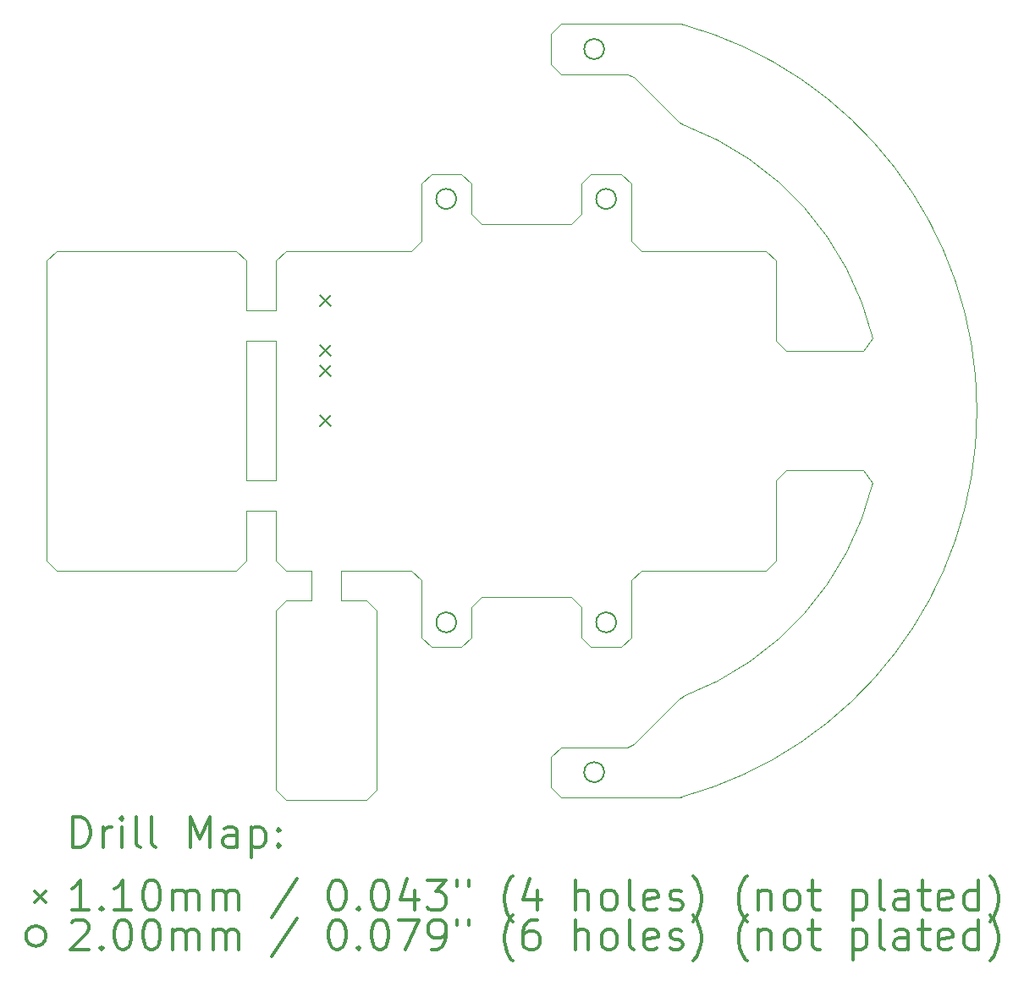
<source format=gbr>
%FSLAX45Y45*%
G04 Gerber Fmt 4.5, Leading zero omitted, Abs format (unit mm)*
G04 Created by KiCad (PCBNEW 4.0.1-stable) date 2018/06/25 22:31:21*
%MOMM*%
G01*
G04 APERTURE LIST*
%ADD10C,0.127000*%
%ADD11C,0.100000*%
%ADD12C,0.200000*%
%ADD13C,0.300000*%
G04 APERTURE END LIST*
D10*
D11*
X6750000Y-10500000D02*
X7450000Y-10500000D01*
X6750000Y-10800000D02*
X6750000Y-10500000D01*
X7000000Y-10800000D02*
X6750000Y-10800000D01*
X6450000Y-10500000D02*
X6200000Y-10500000D01*
X6450000Y-10800000D02*
X6450000Y-10500000D01*
X6200000Y-10800000D02*
X6450000Y-10800000D01*
X6100000Y-9600000D02*
X6100000Y-8200000D01*
X5800000Y-9600000D02*
X6100000Y-9600000D01*
X5800000Y-8200000D02*
X5800000Y-9600000D01*
X5800000Y-8200000D02*
X6100000Y-8200000D01*
X6100000Y-7900000D02*
X6100000Y-7400000D01*
X5800000Y-7900000D02*
X6100000Y-7900000D01*
X5800000Y-7400000D02*
X5800000Y-7900000D01*
X6100000Y-9900000D02*
X6100000Y-10400000D01*
X5800000Y-9900000D02*
X6100000Y-9900000D01*
X5800000Y-10400000D02*
X5800000Y-9900000D01*
X6100000Y-10900000D02*
X6200000Y-10800000D01*
X6100000Y-12700000D02*
X6100000Y-10900000D01*
X6200000Y-12800000D02*
X6100000Y-12700000D01*
X7000000Y-12800000D02*
X6200000Y-12800000D01*
X7100000Y-12700000D02*
X7000000Y-12800000D01*
X7100000Y-10900000D02*
X7100000Y-12700000D01*
X7000000Y-10800000D02*
X7100000Y-10900000D01*
X5700000Y-7300000D02*
X3900000Y-7300000D01*
X5800000Y-7400000D02*
X5700000Y-7300000D01*
X5700000Y-10500000D02*
X5800000Y-10400000D01*
X3900000Y-10500000D02*
X5700000Y-10500000D01*
X3800000Y-10400000D02*
X3900000Y-10500000D01*
X3800000Y-7400000D02*
X3800000Y-10400000D01*
X3900000Y-7300000D02*
X3800000Y-7400000D01*
X10170129Y-6037474D02*
G75*
G02X12069068Y-8176320I-1070169J-2862526D01*
G01*
X12069068Y-9623680D02*
G75*
G02X10170129Y-11762526I-2969108J723680D01*
G01*
X10149920Y-5030000D02*
G75*
G02X10149920Y-12770000I-1049960J-3870000D01*
G01*
X8849920Y-12670000D02*
X8849920Y-12370000D01*
X8949920Y-12770000D02*
X8849920Y-12670000D01*
X10149920Y-12770000D02*
X8949920Y-12770000D01*
X8949920Y-5030000D02*
X10149920Y-5030000D01*
X8849920Y-5130000D02*
X8949920Y-5030000D01*
X8849920Y-5430000D02*
X8849920Y-5130000D01*
X8949920Y-5530000D02*
X8849920Y-5430000D01*
X9608499Y-5530000D02*
X8949920Y-5530000D01*
X9679209Y-5559289D02*
X9608499Y-5530000D01*
X10134437Y-6014517D02*
X9679209Y-5559289D01*
X10170129Y-6037474D02*
X10134437Y-6014517D01*
X11971912Y-8300000D02*
X12069068Y-8176320D01*
X11199920Y-8300000D02*
X11971912Y-8300000D01*
X11099920Y-8200000D02*
X11199920Y-8300000D01*
X11099920Y-7400000D02*
X11099920Y-8200000D01*
X10999920Y-7300000D02*
X11099920Y-7400000D01*
X9749920Y-7300000D02*
X10999920Y-7300000D01*
X9649920Y-7200000D02*
X9749920Y-7300000D01*
X9649920Y-6630000D02*
X9649920Y-7200000D01*
X9549920Y-6530000D02*
X9649920Y-6630000D01*
X9249920Y-6530000D02*
X9549920Y-6530000D01*
X9149920Y-6630000D02*
X9249920Y-6530000D01*
X9149920Y-6930000D02*
X9149920Y-6630000D01*
X9049920Y-7030000D02*
X9149920Y-6930000D01*
X8150000Y-7030000D02*
X9049920Y-7030000D01*
X8050000Y-6930000D02*
X8150000Y-7030000D01*
X8050000Y-6630000D02*
X8050000Y-6930000D01*
X7950000Y-6530000D02*
X8050000Y-6630000D01*
X7650000Y-6530000D02*
X7950000Y-6530000D01*
X7550000Y-6630000D02*
X7650000Y-6530000D01*
X7550000Y-7200000D02*
X7550000Y-6630000D01*
X7450000Y-7300000D02*
X7550000Y-7200000D01*
X6200000Y-7300000D02*
X7450000Y-7300000D01*
X6100000Y-7400000D02*
X6200000Y-7300000D01*
X6200000Y-10500000D02*
X6100000Y-10400000D01*
X7550000Y-10600000D02*
X7450000Y-10500000D01*
X7550000Y-11170000D02*
X7550000Y-10600000D01*
X7650000Y-11270000D02*
X7550000Y-11170000D01*
X7950000Y-11270000D02*
X7650000Y-11270000D01*
X8050000Y-11170000D02*
X7950000Y-11270000D01*
X8050000Y-10870000D02*
X8050000Y-11170000D01*
X8150000Y-10770000D02*
X8050000Y-10870000D01*
X9049920Y-10770000D02*
X8150000Y-10770000D01*
X9149920Y-10870000D02*
X9049920Y-10770000D01*
X9149920Y-11170000D02*
X9149920Y-10870000D01*
X9249920Y-11270000D02*
X9149920Y-11170000D01*
X9549920Y-11270000D02*
X9249920Y-11270000D01*
X9649920Y-11170000D02*
X9549920Y-11270000D01*
X9649920Y-10600000D02*
X9649920Y-11170000D01*
X9749920Y-10500000D02*
X9649920Y-10600000D01*
X10999920Y-10500000D02*
X9749920Y-10500000D01*
X11099920Y-10400000D02*
X10999920Y-10500000D01*
X11099920Y-9600000D02*
X11099920Y-10400000D01*
X11199920Y-9500000D02*
X11099920Y-9600000D01*
X11971912Y-9500000D02*
X11199920Y-9500000D01*
X12069068Y-9623680D02*
X11971912Y-9500000D01*
X10134437Y-11785483D02*
X10170129Y-11762526D01*
X9679209Y-12240711D02*
X10134437Y-11785483D01*
X9608499Y-12270000D02*
X9679209Y-12240711D01*
X8949920Y-12270000D02*
X9608499Y-12270000D01*
X8849920Y-12370000D02*
X8949920Y-12270000D01*
D12*
X6535000Y-7745000D02*
X6645000Y-7855000D01*
X6645000Y-7745000D02*
X6535000Y-7855000D01*
X6535000Y-8245000D02*
X6645000Y-8355000D01*
X6645000Y-8245000D02*
X6535000Y-8355000D01*
X6535000Y-8445000D02*
X6645000Y-8555000D01*
X6645000Y-8445000D02*
X6535000Y-8555000D01*
X6535000Y-8945000D02*
X6645000Y-9055000D01*
X6645000Y-8945000D02*
X6535000Y-9055000D01*
X7900000Y-6780000D02*
G75*
G03X7900000Y-6780000I-100000J0D01*
G01*
X7900000Y-11020000D02*
G75*
G03X7900000Y-11020000I-100000J0D01*
G01*
X9379920Y-5280000D02*
G75*
G03X9379920Y-5280000I-100000J0D01*
G01*
X9379920Y-12520000D02*
G75*
G03X9379920Y-12520000I-100000J0D01*
G01*
X9499920Y-6780000D02*
G75*
G03X9499920Y-6780000I-100000J0D01*
G01*
X9499920Y-11020000D02*
G75*
G03X9499920Y-11020000I-100000J0D01*
G01*
D13*
X4066428Y-13270714D02*
X4066428Y-12970714D01*
X4137857Y-12970714D01*
X4180714Y-12985000D01*
X4209286Y-13013571D01*
X4223571Y-13042143D01*
X4237857Y-13099286D01*
X4237857Y-13142143D01*
X4223571Y-13199286D01*
X4209286Y-13227857D01*
X4180714Y-13256429D01*
X4137857Y-13270714D01*
X4066428Y-13270714D01*
X4366429Y-13270714D02*
X4366429Y-13070714D01*
X4366429Y-13127857D02*
X4380714Y-13099286D01*
X4395000Y-13085000D01*
X4423571Y-13070714D01*
X4452143Y-13070714D01*
X4552143Y-13270714D02*
X4552143Y-13070714D01*
X4552143Y-12970714D02*
X4537857Y-12985000D01*
X4552143Y-12999286D01*
X4566429Y-12985000D01*
X4552143Y-12970714D01*
X4552143Y-12999286D01*
X4737857Y-13270714D02*
X4709286Y-13256429D01*
X4695000Y-13227857D01*
X4695000Y-12970714D01*
X4895000Y-13270714D02*
X4866429Y-13256429D01*
X4852143Y-13227857D01*
X4852143Y-12970714D01*
X5237857Y-13270714D02*
X5237857Y-12970714D01*
X5337857Y-13185000D01*
X5437857Y-12970714D01*
X5437857Y-13270714D01*
X5709286Y-13270714D02*
X5709286Y-13113571D01*
X5695000Y-13085000D01*
X5666428Y-13070714D01*
X5609286Y-13070714D01*
X5580714Y-13085000D01*
X5709286Y-13256429D02*
X5680714Y-13270714D01*
X5609286Y-13270714D01*
X5580714Y-13256429D01*
X5566429Y-13227857D01*
X5566429Y-13199286D01*
X5580714Y-13170714D01*
X5609286Y-13156429D01*
X5680714Y-13156429D01*
X5709286Y-13142143D01*
X5852143Y-13070714D02*
X5852143Y-13370714D01*
X5852143Y-13085000D02*
X5880714Y-13070714D01*
X5937857Y-13070714D01*
X5966428Y-13085000D01*
X5980714Y-13099286D01*
X5995000Y-13127857D01*
X5995000Y-13213571D01*
X5980714Y-13242143D01*
X5966428Y-13256429D01*
X5937857Y-13270714D01*
X5880714Y-13270714D01*
X5852143Y-13256429D01*
X6123571Y-13242143D02*
X6137857Y-13256429D01*
X6123571Y-13270714D01*
X6109286Y-13256429D01*
X6123571Y-13242143D01*
X6123571Y-13270714D01*
X6123571Y-13085000D02*
X6137857Y-13099286D01*
X6123571Y-13113571D01*
X6109286Y-13099286D01*
X6123571Y-13085000D01*
X6123571Y-13113571D01*
X3685000Y-13710000D02*
X3795000Y-13820000D01*
X3795000Y-13710000D02*
X3685000Y-13820000D01*
X4223571Y-13900714D02*
X4052143Y-13900714D01*
X4137857Y-13900714D02*
X4137857Y-13600714D01*
X4109286Y-13643571D01*
X4080714Y-13672143D01*
X4052143Y-13686429D01*
X4352143Y-13872143D02*
X4366429Y-13886429D01*
X4352143Y-13900714D01*
X4337857Y-13886429D01*
X4352143Y-13872143D01*
X4352143Y-13900714D01*
X4652143Y-13900714D02*
X4480714Y-13900714D01*
X4566428Y-13900714D02*
X4566428Y-13600714D01*
X4537857Y-13643571D01*
X4509286Y-13672143D01*
X4480714Y-13686429D01*
X4837857Y-13600714D02*
X4866429Y-13600714D01*
X4895000Y-13615000D01*
X4909286Y-13629286D01*
X4923571Y-13657857D01*
X4937857Y-13715000D01*
X4937857Y-13786429D01*
X4923571Y-13843571D01*
X4909286Y-13872143D01*
X4895000Y-13886429D01*
X4866429Y-13900714D01*
X4837857Y-13900714D01*
X4809286Y-13886429D01*
X4795000Y-13872143D01*
X4780714Y-13843571D01*
X4766429Y-13786429D01*
X4766429Y-13715000D01*
X4780714Y-13657857D01*
X4795000Y-13629286D01*
X4809286Y-13615000D01*
X4837857Y-13600714D01*
X5066429Y-13900714D02*
X5066429Y-13700714D01*
X5066429Y-13729286D02*
X5080714Y-13715000D01*
X5109286Y-13700714D01*
X5152143Y-13700714D01*
X5180714Y-13715000D01*
X5195000Y-13743571D01*
X5195000Y-13900714D01*
X5195000Y-13743571D02*
X5209286Y-13715000D01*
X5237857Y-13700714D01*
X5280714Y-13700714D01*
X5309286Y-13715000D01*
X5323571Y-13743571D01*
X5323571Y-13900714D01*
X5466429Y-13900714D02*
X5466429Y-13700714D01*
X5466429Y-13729286D02*
X5480714Y-13715000D01*
X5509286Y-13700714D01*
X5552143Y-13700714D01*
X5580714Y-13715000D01*
X5595000Y-13743571D01*
X5595000Y-13900714D01*
X5595000Y-13743571D02*
X5609286Y-13715000D01*
X5637857Y-13700714D01*
X5680714Y-13700714D01*
X5709286Y-13715000D01*
X5723571Y-13743571D01*
X5723571Y-13900714D01*
X6309286Y-13586429D02*
X6052143Y-13972143D01*
X6695000Y-13600714D02*
X6723571Y-13600714D01*
X6752143Y-13615000D01*
X6766428Y-13629286D01*
X6780714Y-13657857D01*
X6795000Y-13715000D01*
X6795000Y-13786429D01*
X6780714Y-13843571D01*
X6766428Y-13872143D01*
X6752143Y-13886429D01*
X6723571Y-13900714D01*
X6695000Y-13900714D01*
X6666428Y-13886429D01*
X6652143Y-13872143D01*
X6637857Y-13843571D01*
X6623571Y-13786429D01*
X6623571Y-13715000D01*
X6637857Y-13657857D01*
X6652143Y-13629286D01*
X6666428Y-13615000D01*
X6695000Y-13600714D01*
X6923571Y-13872143D02*
X6937857Y-13886429D01*
X6923571Y-13900714D01*
X6909286Y-13886429D01*
X6923571Y-13872143D01*
X6923571Y-13900714D01*
X7123571Y-13600714D02*
X7152143Y-13600714D01*
X7180714Y-13615000D01*
X7195000Y-13629286D01*
X7209285Y-13657857D01*
X7223571Y-13715000D01*
X7223571Y-13786429D01*
X7209285Y-13843571D01*
X7195000Y-13872143D01*
X7180714Y-13886429D01*
X7152143Y-13900714D01*
X7123571Y-13900714D01*
X7095000Y-13886429D01*
X7080714Y-13872143D01*
X7066428Y-13843571D01*
X7052143Y-13786429D01*
X7052143Y-13715000D01*
X7066428Y-13657857D01*
X7080714Y-13629286D01*
X7095000Y-13615000D01*
X7123571Y-13600714D01*
X7480714Y-13700714D02*
X7480714Y-13900714D01*
X7409285Y-13586429D02*
X7337857Y-13800714D01*
X7523571Y-13800714D01*
X7609285Y-13600714D02*
X7795000Y-13600714D01*
X7695000Y-13715000D01*
X7737857Y-13715000D01*
X7766428Y-13729286D01*
X7780714Y-13743571D01*
X7795000Y-13772143D01*
X7795000Y-13843571D01*
X7780714Y-13872143D01*
X7766428Y-13886429D01*
X7737857Y-13900714D01*
X7652143Y-13900714D01*
X7623571Y-13886429D01*
X7609285Y-13872143D01*
X7909286Y-13600714D02*
X7909286Y-13657857D01*
X8023571Y-13600714D02*
X8023571Y-13657857D01*
X8466428Y-14015000D02*
X8452143Y-14000714D01*
X8423571Y-13957857D01*
X8409286Y-13929286D01*
X8395000Y-13886429D01*
X8380714Y-13815000D01*
X8380714Y-13757857D01*
X8395000Y-13686429D01*
X8409286Y-13643571D01*
X8423571Y-13615000D01*
X8452143Y-13572143D01*
X8466428Y-13557857D01*
X8709286Y-13700714D02*
X8709286Y-13900714D01*
X8637857Y-13586429D02*
X8566428Y-13800714D01*
X8752143Y-13800714D01*
X9095000Y-13900714D02*
X9095000Y-13600714D01*
X9223571Y-13900714D02*
X9223571Y-13743571D01*
X9209286Y-13715000D01*
X9180714Y-13700714D01*
X9137857Y-13700714D01*
X9109286Y-13715000D01*
X9095000Y-13729286D01*
X9409286Y-13900714D02*
X9380714Y-13886429D01*
X9366428Y-13872143D01*
X9352143Y-13843571D01*
X9352143Y-13757857D01*
X9366428Y-13729286D01*
X9380714Y-13715000D01*
X9409286Y-13700714D01*
X9452143Y-13700714D01*
X9480714Y-13715000D01*
X9495000Y-13729286D01*
X9509286Y-13757857D01*
X9509286Y-13843571D01*
X9495000Y-13872143D01*
X9480714Y-13886429D01*
X9452143Y-13900714D01*
X9409286Y-13900714D01*
X9680714Y-13900714D02*
X9652143Y-13886429D01*
X9637857Y-13857857D01*
X9637857Y-13600714D01*
X9909286Y-13886429D02*
X9880714Y-13900714D01*
X9823571Y-13900714D01*
X9795000Y-13886429D01*
X9780714Y-13857857D01*
X9780714Y-13743571D01*
X9795000Y-13715000D01*
X9823571Y-13700714D01*
X9880714Y-13700714D01*
X9909286Y-13715000D01*
X9923571Y-13743571D01*
X9923571Y-13772143D01*
X9780714Y-13800714D01*
X10037857Y-13886429D02*
X10066429Y-13900714D01*
X10123571Y-13900714D01*
X10152143Y-13886429D01*
X10166429Y-13857857D01*
X10166429Y-13843571D01*
X10152143Y-13815000D01*
X10123571Y-13800714D01*
X10080714Y-13800714D01*
X10052143Y-13786429D01*
X10037857Y-13757857D01*
X10037857Y-13743571D01*
X10052143Y-13715000D01*
X10080714Y-13700714D01*
X10123571Y-13700714D01*
X10152143Y-13715000D01*
X10266428Y-14015000D02*
X10280714Y-14000714D01*
X10309286Y-13957857D01*
X10323571Y-13929286D01*
X10337857Y-13886429D01*
X10352143Y-13815000D01*
X10352143Y-13757857D01*
X10337857Y-13686429D01*
X10323571Y-13643571D01*
X10309286Y-13615000D01*
X10280714Y-13572143D01*
X10266428Y-13557857D01*
X10809286Y-14015000D02*
X10795000Y-14000714D01*
X10766428Y-13957857D01*
X10752143Y-13929286D01*
X10737857Y-13886429D01*
X10723571Y-13815000D01*
X10723571Y-13757857D01*
X10737857Y-13686429D01*
X10752143Y-13643571D01*
X10766428Y-13615000D01*
X10795000Y-13572143D01*
X10809286Y-13557857D01*
X10923571Y-13700714D02*
X10923571Y-13900714D01*
X10923571Y-13729286D02*
X10937857Y-13715000D01*
X10966428Y-13700714D01*
X11009286Y-13700714D01*
X11037857Y-13715000D01*
X11052143Y-13743571D01*
X11052143Y-13900714D01*
X11237857Y-13900714D02*
X11209286Y-13886429D01*
X11195000Y-13872143D01*
X11180714Y-13843571D01*
X11180714Y-13757857D01*
X11195000Y-13729286D01*
X11209286Y-13715000D01*
X11237857Y-13700714D01*
X11280714Y-13700714D01*
X11309286Y-13715000D01*
X11323571Y-13729286D01*
X11337857Y-13757857D01*
X11337857Y-13843571D01*
X11323571Y-13872143D01*
X11309286Y-13886429D01*
X11280714Y-13900714D01*
X11237857Y-13900714D01*
X11423571Y-13700714D02*
X11537857Y-13700714D01*
X11466428Y-13600714D02*
X11466428Y-13857857D01*
X11480714Y-13886429D01*
X11509286Y-13900714D01*
X11537857Y-13900714D01*
X11866428Y-13700714D02*
X11866428Y-14000714D01*
X11866428Y-13715000D02*
X11895000Y-13700714D01*
X11952143Y-13700714D01*
X11980714Y-13715000D01*
X11995000Y-13729286D01*
X12009286Y-13757857D01*
X12009286Y-13843571D01*
X11995000Y-13872143D01*
X11980714Y-13886429D01*
X11952143Y-13900714D01*
X11895000Y-13900714D01*
X11866428Y-13886429D01*
X12180714Y-13900714D02*
X12152143Y-13886429D01*
X12137857Y-13857857D01*
X12137857Y-13600714D01*
X12423571Y-13900714D02*
X12423571Y-13743571D01*
X12409286Y-13715000D01*
X12380714Y-13700714D01*
X12323571Y-13700714D01*
X12295000Y-13715000D01*
X12423571Y-13886429D02*
X12395000Y-13900714D01*
X12323571Y-13900714D01*
X12295000Y-13886429D01*
X12280714Y-13857857D01*
X12280714Y-13829286D01*
X12295000Y-13800714D01*
X12323571Y-13786429D01*
X12395000Y-13786429D01*
X12423571Y-13772143D01*
X12523571Y-13700714D02*
X12637857Y-13700714D01*
X12566429Y-13600714D02*
X12566429Y-13857857D01*
X12580714Y-13886429D01*
X12609286Y-13900714D01*
X12637857Y-13900714D01*
X12852143Y-13886429D02*
X12823571Y-13900714D01*
X12766429Y-13900714D01*
X12737857Y-13886429D01*
X12723571Y-13857857D01*
X12723571Y-13743571D01*
X12737857Y-13715000D01*
X12766429Y-13700714D01*
X12823571Y-13700714D01*
X12852143Y-13715000D01*
X12866429Y-13743571D01*
X12866429Y-13772143D01*
X12723571Y-13800714D01*
X13123571Y-13900714D02*
X13123571Y-13600714D01*
X13123571Y-13886429D02*
X13095000Y-13900714D01*
X13037857Y-13900714D01*
X13009286Y-13886429D01*
X12995000Y-13872143D01*
X12980714Y-13843571D01*
X12980714Y-13757857D01*
X12995000Y-13729286D01*
X13009286Y-13715000D01*
X13037857Y-13700714D01*
X13095000Y-13700714D01*
X13123571Y-13715000D01*
X13237857Y-14015000D02*
X13252143Y-14000714D01*
X13280714Y-13957857D01*
X13295000Y-13929286D01*
X13309286Y-13886429D01*
X13323571Y-13815000D01*
X13323571Y-13757857D01*
X13309286Y-13686429D01*
X13295000Y-13643571D01*
X13280714Y-13615000D01*
X13252143Y-13572143D01*
X13237857Y-13557857D01*
X3795000Y-14161000D02*
G75*
G03X3795000Y-14161000I-100000J0D01*
G01*
X4052143Y-14025286D02*
X4066428Y-14011000D01*
X4095000Y-13996714D01*
X4166428Y-13996714D01*
X4195000Y-14011000D01*
X4209286Y-14025286D01*
X4223571Y-14053857D01*
X4223571Y-14082429D01*
X4209286Y-14125286D01*
X4037857Y-14296714D01*
X4223571Y-14296714D01*
X4352143Y-14268143D02*
X4366429Y-14282429D01*
X4352143Y-14296714D01*
X4337857Y-14282429D01*
X4352143Y-14268143D01*
X4352143Y-14296714D01*
X4552143Y-13996714D02*
X4580714Y-13996714D01*
X4609286Y-14011000D01*
X4623571Y-14025286D01*
X4637857Y-14053857D01*
X4652143Y-14111000D01*
X4652143Y-14182429D01*
X4637857Y-14239571D01*
X4623571Y-14268143D01*
X4609286Y-14282429D01*
X4580714Y-14296714D01*
X4552143Y-14296714D01*
X4523571Y-14282429D01*
X4509286Y-14268143D01*
X4495000Y-14239571D01*
X4480714Y-14182429D01*
X4480714Y-14111000D01*
X4495000Y-14053857D01*
X4509286Y-14025286D01*
X4523571Y-14011000D01*
X4552143Y-13996714D01*
X4837857Y-13996714D02*
X4866429Y-13996714D01*
X4895000Y-14011000D01*
X4909286Y-14025286D01*
X4923571Y-14053857D01*
X4937857Y-14111000D01*
X4937857Y-14182429D01*
X4923571Y-14239571D01*
X4909286Y-14268143D01*
X4895000Y-14282429D01*
X4866429Y-14296714D01*
X4837857Y-14296714D01*
X4809286Y-14282429D01*
X4795000Y-14268143D01*
X4780714Y-14239571D01*
X4766429Y-14182429D01*
X4766429Y-14111000D01*
X4780714Y-14053857D01*
X4795000Y-14025286D01*
X4809286Y-14011000D01*
X4837857Y-13996714D01*
X5066429Y-14296714D02*
X5066429Y-14096714D01*
X5066429Y-14125286D02*
X5080714Y-14111000D01*
X5109286Y-14096714D01*
X5152143Y-14096714D01*
X5180714Y-14111000D01*
X5195000Y-14139571D01*
X5195000Y-14296714D01*
X5195000Y-14139571D02*
X5209286Y-14111000D01*
X5237857Y-14096714D01*
X5280714Y-14096714D01*
X5309286Y-14111000D01*
X5323571Y-14139571D01*
X5323571Y-14296714D01*
X5466429Y-14296714D02*
X5466429Y-14096714D01*
X5466429Y-14125286D02*
X5480714Y-14111000D01*
X5509286Y-14096714D01*
X5552143Y-14096714D01*
X5580714Y-14111000D01*
X5595000Y-14139571D01*
X5595000Y-14296714D01*
X5595000Y-14139571D02*
X5609286Y-14111000D01*
X5637857Y-14096714D01*
X5680714Y-14096714D01*
X5709286Y-14111000D01*
X5723571Y-14139571D01*
X5723571Y-14296714D01*
X6309286Y-13982429D02*
X6052143Y-14368143D01*
X6695000Y-13996714D02*
X6723571Y-13996714D01*
X6752143Y-14011000D01*
X6766428Y-14025286D01*
X6780714Y-14053857D01*
X6795000Y-14111000D01*
X6795000Y-14182429D01*
X6780714Y-14239571D01*
X6766428Y-14268143D01*
X6752143Y-14282429D01*
X6723571Y-14296714D01*
X6695000Y-14296714D01*
X6666428Y-14282429D01*
X6652143Y-14268143D01*
X6637857Y-14239571D01*
X6623571Y-14182429D01*
X6623571Y-14111000D01*
X6637857Y-14053857D01*
X6652143Y-14025286D01*
X6666428Y-14011000D01*
X6695000Y-13996714D01*
X6923571Y-14268143D02*
X6937857Y-14282429D01*
X6923571Y-14296714D01*
X6909286Y-14282429D01*
X6923571Y-14268143D01*
X6923571Y-14296714D01*
X7123571Y-13996714D02*
X7152143Y-13996714D01*
X7180714Y-14011000D01*
X7195000Y-14025286D01*
X7209285Y-14053857D01*
X7223571Y-14111000D01*
X7223571Y-14182429D01*
X7209285Y-14239571D01*
X7195000Y-14268143D01*
X7180714Y-14282429D01*
X7152143Y-14296714D01*
X7123571Y-14296714D01*
X7095000Y-14282429D01*
X7080714Y-14268143D01*
X7066428Y-14239571D01*
X7052143Y-14182429D01*
X7052143Y-14111000D01*
X7066428Y-14053857D01*
X7080714Y-14025286D01*
X7095000Y-14011000D01*
X7123571Y-13996714D01*
X7323571Y-13996714D02*
X7523571Y-13996714D01*
X7395000Y-14296714D01*
X7652143Y-14296714D02*
X7709285Y-14296714D01*
X7737857Y-14282429D01*
X7752143Y-14268143D01*
X7780714Y-14225286D01*
X7795000Y-14168143D01*
X7795000Y-14053857D01*
X7780714Y-14025286D01*
X7766428Y-14011000D01*
X7737857Y-13996714D01*
X7680714Y-13996714D01*
X7652143Y-14011000D01*
X7637857Y-14025286D01*
X7623571Y-14053857D01*
X7623571Y-14125286D01*
X7637857Y-14153857D01*
X7652143Y-14168143D01*
X7680714Y-14182429D01*
X7737857Y-14182429D01*
X7766428Y-14168143D01*
X7780714Y-14153857D01*
X7795000Y-14125286D01*
X7909286Y-13996714D02*
X7909286Y-14053857D01*
X8023571Y-13996714D02*
X8023571Y-14053857D01*
X8466428Y-14411000D02*
X8452143Y-14396714D01*
X8423571Y-14353857D01*
X8409286Y-14325286D01*
X8395000Y-14282429D01*
X8380714Y-14211000D01*
X8380714Y-14153857D01*
X8395000Y-14082429D01*
X8409286Y-14039571D01*
X8423571Y-14011000D01*
X8452143Y-13968143D01*
X8466428Y-13953857D01*
X8709286Y-13996714D02*
X8652143Y-13996714D01*
X8623571Y-14011000D01*
X8609286Y-14025286D01*
X8580714Y-14068143D01*
X8566428Y-14125286D01*
X8566428Y-14239571D01*
X8580714Y-14268143D01*
X8595000Y-14282429D01*
X8623571Y-14296714D01*
X8680714Y-14296714D01*
X8709286Y-14282429D01*
X8723571Y-14268143D01*
X8737857Y-14239571D01*
X8737857Y-14168143D01*
X8723571Y-14139571D01*
X8709286Y-14125286D01*
X8680714Y-14111000D01*
X8623571Y-14111000D01*
X8595000Y-14125286D01*
X8580714Y-14139571D01*
X8566428Y-14168143D01*
X9095000Y-14296714D02*
X9095000Y-13996714D01*
X9223571Y-14296714D02*
X9223571Y-14139571D01*
X9209286Y-14111000D01*
X9180714Y-14096714D01*
X9137857Y-14096714D01*
X9109286Y-14111000D01*
X9095000Y-14125286D01*
X9409286Y-14296714D02*
X9380714Y-14282429D01*
X9366428Y-14268143D01*
X9352143Y-14239571D01*
X9352143Y-14153857D01*
X9366428Y-14125286D01*
X9380714Y-14111000D01*
X9409286Y-14096714D01*
X9452143Y-14096714D01*
X9480714Y-14111000D01*
X9495000Y-14125286D01*
X9509286Y-14153857D01*
X9509286Y-14239571D01*
X9495000Y-14268143D01*
X9480714Y-14282429D01*
X9452143Y-14296714D01*
X9409286Y-14296714D01*
X9680714Y-14296714D02*
X9652143Y-14282429D01*
X9637857Y-14253857D01*
X9637857Y-13996714D01*
X9909286Y-14282429D02*
X9880714Y-14296714D01*
X9823571Y-14296714D01*
X9795000Y-14282429D01*
X9780714Y-14253857D01*
X9780714Y-14139571D01*
X9795000Y-14111000D01*
X9823571Y-14096714D01*
X9880714Y-14096714D01*
X9909286Y-14111000D01*
X9923571Y-14139571D01*
X9923571Y-14168143D01*
X9780714Y-14196714D01*
X10037857Y-14282429D02*
X10066429Y-14296714D01*
X10123571Y-14296714D01*
X10152143Y-14282429D01*
X10166429Y-14253857D01*
X10166429Y-14239571D01*
X10152143Y-14211000D01*
X10123571Y-14196714D01*
X10080714Y-14196714D01*
X10052143Y-14182429D01*
X10037857Y-14153857D01*
X10037857Y-14139571D01*
X10052143Y-14111000D01*
X10080714Y-14096714D01*
X10123571Y-14096714D01*
X10152143Y-14111000D01*
X10266428Y-14411000D02*
X10280714Y-14396714D01*
X10309286Y-14353857D01*
X10323571Y-14325286D01*
X10337857Y-14282429D01*
X10352143Y-14211000D01*
X10352143Y-14153857D01*
X10337857Y-14082429D01*
X10323571Y-14039571D01*
X10309286Y-14011000D01*
X10280714Y-13968143D01*
X10266428Y-13953857D01*
X10809286Y-14411000D02*
X10795000Y-14396714D01*
X10766428Y-14353857D01*
X10752143Y-14325286D01*
X10737857Y-14282429D01*
X10723571Y-14211000D01*
X10723571Y-14153857D01*
X10737857Y-14082429D01*
X10752143Y-14039571D01*
X10766428Y-14011000D01*
X10795000Y-13968143D01*
X10809286Y-13953857D01*
X10923571Y-14096714D02*
X10923571Y-14296714D01*
X10923571Y-14125286D02*
X10937857Y-14111000D01*
X10966428Y-14096714D01*
X11009286Y-14096714D01*
X11037857Y-14111000D01*
X11052143Y-14139571D01*
X11052143Y-14296714D01*
X11237857Y-14296714D02*
X11209286Y-14282429D01*
X11195000Y-14268143D01*
X11180714Y-14239571D01*
X11180714Y-14153857D01*
X11195000Y-14125286D01*
X11209286Y-14111000D01*
X11237857Y-14096714D01*
X11280714Y-14096714D01*
X11309286Y-14111000D01*
X11323571Y-14125286D01*
X11337857Y-14153857D01*
X11337857Y-14239571D01*
X11323571Y-14268143D01*
X11309286Y-14282429D01*
X11280714Y-14296714D01*
X11237857Y-14296714D01*
X11423571Y-14096714D02*
X11537857Y-14096714D01*
X11466428Y-13996714D02*
X11466428Y-14253857D01*
X11480714Y-14282429D01*
X11509286Y-14296714D01*
X11537857Y-14296714D01*
X11866428Y-14096714D02*
X11866428Y-14396714D01*
X11866428Y-14111000D02*
X11895000Y-14096714D01*
X11952143Y-14096714D01*
X11980714Y-14111000D01*
X11995000Y-14125286D01*
X12009286Y-14153857D01*
X12009286Y-14239571D01*
X11995000Y-14268143D01*
X11980714Y-14282429D01*
X11952143Y-14296714D01*
X11895000Y-14296714D01*
X11866428Y-14282429D01*
X12180714Y-14296714D02*
X12152143Y-14282429D01*
X12137857Y-14253857D01*
X12137857Y-13996714D01*
X12423571Y-14296714D02*
X12423571Y-14139571D01*
X12409286Y-14111000D01*
X12380714Y-14096714D01*
X12323571Y-14096714D01*
X12295000Y-14111000D01*
X12423571Y-14282429D02*
X12395000Y-14296714D01*
X12323571Y-14296714D01*
X12295000Y-14282429D01*
X12280714Y-14253857D01*
X12280714Y-14225286D01*
X12295000Y-14196714D01*
X12323571Y-14182429D01*
X12395000Y-14182429D01*
X12423571Y-14168143D01*
X12523571Y-14096714D02*
X12637857Y-14096714D01*
X12566429Y-13996714D02*
X12566429Y-14253857D01*
X12580714Y-14282429D01*
X12609286Y-14296714D01*
X12637857Y-14296714D01*
X12852143Y-14282429D02*
X12823571Y-14296714D01*
X12766429Y-14296714D01*
X12737857Y-14282429D01*
X12723571Y-14253857D01*
X12723571Y-14139571D01*
X12737857Y-14111000D01*
X12766429Y-14096714D01*
X12823571Y-14096714D01*
X12852143Y-14111000D01*
X12866429Y-14139571D01*
X12866429Y-14168143D01*
X12723571Y-14196714D01*
X13123571Y-14296714D02*
X13123571Y-13996714D01*
X13123571Y-14282429D02*
X13095000Y-14296714D01*
X13037857Y-14296714D01*
X13009286Y-14282429D01*
X12995000Y-14268143D01*
X12980714Y-14239571D01*
X12980714Y-14153857D01*
X12995000Y-14125286D01*
X13009286Y-14111000D01*
X13037857Y-14096714D01*
X13095000Y-14096714D01*
X13123571Y-14111000D01*
X13237857Y-14411000D02*
X13252143Y-14396714D01*
X13280714Y-14353857D01*
X13295000Y-14325286D01*
X13309286Y-14282429D01*
X13323571Y-14211000D01*
X13323571Y-14153857D01*
X13309286Y-14082429D01*
X13295000Y-14039571D01*
X13280714Y-14011000D01*
X13252143Y-13968143D01*
X13237857Y-13953857D01*
M02*

</source>
